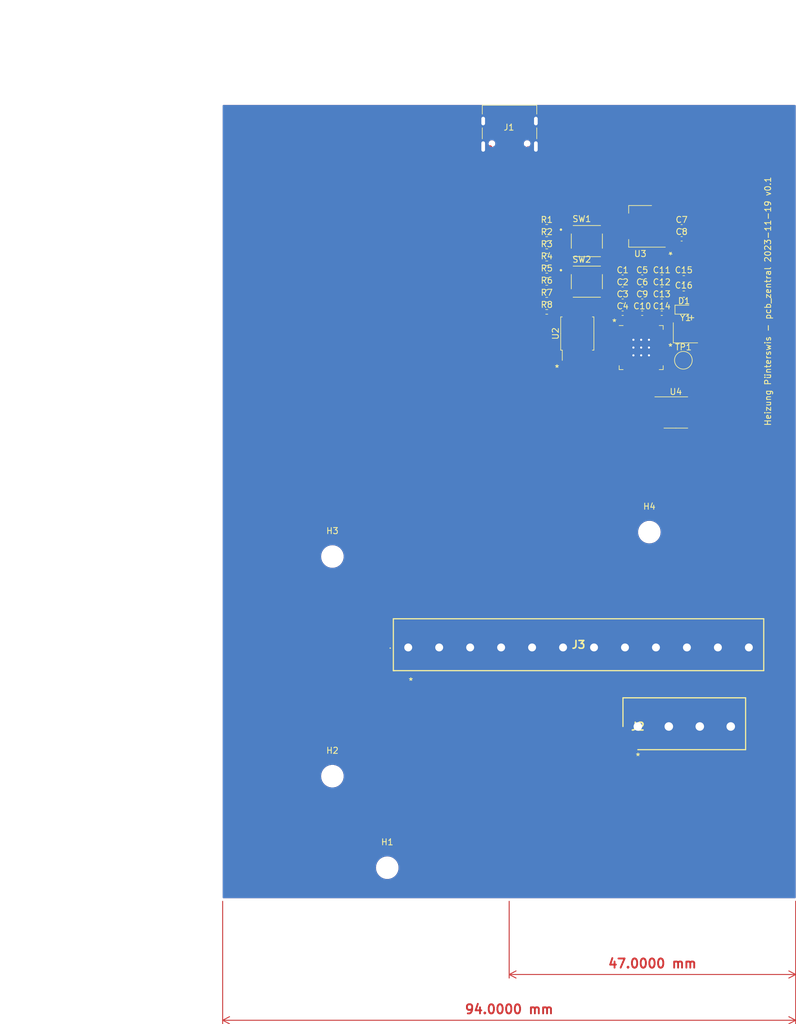
<source format=kicad_pcb>
(kicad_pcb (version 20221018) (generator pcbnew)
  (title_block (title "Heizung Pünterswis - pcb_zentral") (date "2023-11-19") (rev "0.1") (company "www.positron.ch") (comment 1 "Released under MIT Open-source License"))
  (layers (0 "F.Cu" signal) (31 "B.Cu" signal) (34 "B.Paste" user) (35 "F.Paste" user) (36 "B.SilkS" user "B.Silkscreen") (37 "F.SilkS" user "F.Silkscreen") (38 "B.Mask" user) (39 "F.Mask" user) (44 "Edge.Cuts" user))
  (net 0 "")
  (net 1 "GND")
  (net 2 "/USB_D+")
  (net 3 "/USB_D-")
  (net 4 "Net-(J1-CC1)")
  (net 6 "Net-(J1-CC2)")
  (net 8 "+5V")
  (net 9 "+1V1")
  (net 10 "+3V3")
  (net 11 "/XIN")
  (net 12 "Net-(C8-Pad1)")
  (net 13 "Net-(D1-K)")
  (net 14 "Net-(U1-USB-DP)")
  (net 15 "Net-(U1-USB-DM)")
  (net 16 "/RUN")
  (net 17 "/QSPI_SS")
  (net 18 "/XOUT")
  (net 51 "/QSPI_SD3")
  (net 52 "/QSPI_SCLK")
  (net 53 "/QSPI_SD0")
  (net 54 "/QSPI_SD2")
  (net 55 "/QSPI_SD1")
  (footprint "Resistor_SMD:R_0402_1005Metric_Pad0.72x0.64mm_HandSolder" (layer "F.Cu") (at 107.165 61.9666)
    (fp_text reference "R2" (at 0 -1.17) (layer "F.SilkS"))
    (fp_text value "5.1K")
    (fp_line (start -0.167621 -0.38) (end 0.167621 -0.38) (stroke (width 0.12)) (layer "F.SilkS"))
    (fp_line (start -0.167621 0.38) (end 0.167621 0.38) (stroke (width 0.12)) (layer "F.SilkS"))
    (pad "1" smd roundrect (at -0.5975 0) (size 0.715 0.64) (layers "F.Cu" "F.Paste" "F.Mask") (net 6 "Net-(J1-CC2)"))
    (pad "2" smd roundrect (at 0.5975 0) (size 0.715 0.64) (layers "F.Cu" "F.Paste" "F.Mask") (net 1 "GND"))
  )
  (footprint "Capacitor_SMD:C_0402_1005Metric" (layer "F.Cu") (at 129.295 61.9366)
    (fp_text reference "C8" (at 0 -1.16) (layer "F.SilkS"))
    (fp_text value "30p")
    (fp_line (start -0.107836 -0.36) (end 0.107836 -0.36) (stroke (width 0.12)) (layer "F.SilkS"))
    (fp_line (start -0.107836 0.36) (end 0.107836 0.36) (stroke (width 0.12)) (layer "F.SilkS"))
    (pad "1" smd roundrect (at -0.48 0) (size 0.56 0.62) (layers "F.Cu" "F.Paste" "F.Mask") (net 12 "Net-(C8-Pad1)"))
    (pad "2" smd roundrect (at 0.48 0) (size 0.56 0.62) (layers "F.Cu" "F.Paste" "F.Mask") (net 1 "GND"))
  )
  (footprint "Resistor_SMD:R_0402_1005Metric_Pad0.72x0.64mm_HandSolder" (layer "F.Cu") (at 107.165 63.9566)
    (fp_text reference "R3" (at 0 -1.17) (layer "F.SilkS"))
    (fp_text value "27R")
    (fp_line (start -0.167621 -0.38) (end 0.167621 -0.38) (stroke (width 0.12)) (layer "F.SilkS"))
    (fp_line (start -0.167621 0.38) (end 0.167621 0.38) (stroke (width 0.12)) (layer "F.SilkS"))
    (pad "1" smd roundrect (at -0.5975 0) (size 0.715 0.64) (layers "F.Cu" "F.Paste" "F.Mask") (net 2 "/USB_D+"))
    (pad "2" smd roundrect (at 0.5975 0) (size 0.715 0.64) (layers "F.Cu" "F.Paste" "F.Mask") (net 14 "Net-(U1-USB-DP)"))
  )
  (footprint "00_project_library:SOIC-8_5.23x5.23mm_P1.27mm" (layer "F.Cu") (at 112.175 77.4566)
    (fp_text reference "U2" (at -3.56 0 90) (layer "F.SilkS"))
    (fp_text value "W25Q128JVS")
    (fp_text user "*" (at -3.81 6.2484 unlocked) (layer "F.SilkS") (effects (justify left bottom)))
    (fp_line (start -2.725 -2.725) (end -2.465 -2.725) (stroke (width 0.12)) (layer "F.SilkS"))
    (fp_line (start -2.725 0) (end -2.725 -2.725) (stroke (width 0.12)) (layer "F.SilkS"))
    (fp_line (start -2.725 0) (end -2.725 2.725) (stroke (width 0.12)) (layer "F.SilkS"))
    (fp_line (start -2.725 2.725) (end -2.465 2.725) (stroke (width 0.12)) (layer "F.SilkS"))
    (fp_line (start -2.465 2.725) (end -2.465 4.4) (stroke (width 0.12)) (layer "F.SilkS"))
    (fp_line (start 2.725 -2.725) (end 2.465 -2.725) (stroke (width 0.12)) (layer "F.SilkS"))
    (fp_line (start 2.725 0) (end 2.725 -2.725) (stroke (width 0.12)) (layer "F.SilkS"))
    (fp_line (start 2.725 0) (end 2.725 2.725) (stroke (width 0.12)) (layer "F.SilkS"))
    (fp_line (start 2.725 2.725) (end 2.465 2.725) (stroke (width 0.12)) (layer "F.SilkS"))
    (pad "1" smd roundrect (at -1.905 3.6 90) (size 1.6 0.6) (layers "F.Cu" "F.Paste" "F.Mask") (net 17 "/QSPI_SS"))
    (pad "2" smd roundrect (at -0.635 3.6 90) (size 1.6 0.6) (layers "F.Cu" "F.Paste" "F.Mask") (net 55 "/QSPI_SD1"))
    (pad "3" smd roundrect (at 0.635 3.6 90) (size 1.6 0.6) (layers "F.Cu" "F.Paste" "F.Mask") (net 54 "/QSPI_SD2"))
    (pad "4" smd roundrect (at 1.905 3.6 90) (size 1.6 0.6) (layers "F.Cu" "F.Paste" "F.Mask") (net 1 "GND"))
    (pad "5" smd roundrect (at 1.905 -3.6 90) (size 1.6 0.6) (layers "F.Cu" "F.Paste" "F.Mask") (net 53 "/QSPI_SD0"))
    (pad "6" smd roundrect (at 0.635 -3.6 90) (size 1.6 0.6) (layers "F.Cu" "F.Paste" "F.Mask") (net 52 "/QSPI_SCLK"))
    (pad "7" smd roundrect (at -0.635 -3.6 90) (size 1.6 0.6) (layers "F.Cu" "F.Paste" "F.Mask") (net 51 "/QSPI_SD3"))
    (pad "8" smd roundrect (at -1.905 -3.6 90) (size 1.6 0.6) (layers "F.Cu" "F.Paste" "F.Mask") (net 10 "+3V3"))
  )
  (footprint "Capacitor_SMD:C_0402_1005Metric_Pad0.74x0.62mm_HandSolder" (layer "F.Cu") (at 122.825 72.1566)
    (fp_text reference "C9" (at 0 -1.16) (layer "F.SilkS"))
    (fp_text value "100n")
    (fp_line (start -0.115835 -0.36) (end 0.115835 -0.36) (stroke (width 0.12)) (layer "F.SilkS"))
    (fp_line (start -0.115835 0.36) (end 0.115835 0.36) (stroke (width 0.12)) (layer "F.SilkS"))
    (pad "1" smd roundrect (at -0.5675 0) (size 0.735 0.62) (layers "F.Cu" "F.Paste" "F.Mask") (net 10 "+3V3"))
    (pad "2" smd roundrect (at 0.5675 0) (size 0.735 0.62) (layers "F.Cu" "F.Paste" "F.Mask") (net 1 "GND"))
  )
  (footprint "00_project_library:SW_TS-1187A-B-A-B" (layer "F.Cu") (at 113.74 62.3066)
    (fp_text reference "SW1" (at -0.825 -3.635) (layer "F.SilkS"))
    (fp_text value "SW_MEC_5E")
    (fp_line (start -2.55 -1.18) (end -2.55 1.18) (stroke (width 0.127)) (layer "F.SilkS"))
    (fp_line (start 2.25 -2.55) (end -2.25 -2.55) (stroke (width 0.127)) (layer "F.SilkS"))
    (fp_line (start 2.25 2.55) (end -2.25 2.55) (stroke (width 0.127)) (layer "F.SilkS"))
    (fp_line (start 2.55 1.18) (end 2.55 -1.18) (stroke (width 0.127)) (layer "F.SilkS"))
    (fp_circle (center -4.25 -1.875) (end -4.15 -1.875) (stroke (width 0.2)) (fill none) (layer "F.SilkS"))
    (pad "1" smd rect (at -3 -1.875) (size 1 0.75) (layers "F.Cu" "F.Paste" "F.Mask") (net 1 "GND"))
    (pad "2" smd rect (at 3 -1.875) (size 1 0.75) (layers "F.Cu" "F.Paste" "F.Mask") (net 1 "GND"))
    (pad "3" smd rect (at -3 1.875) (size 1 0.75) (layers "F.Cu" "F.Paste" "F.Mask") (net 16 "/RUN"))
    (pad "4" smd rect (at 3 1.875) (size 1 0.75) (layers "F.Cu" "F.Paste" "F.Mask") (net 16 "/RUN"))
  )
  (footprint "Capacitor_SMD:C_0603_1608Metric" (layer "F.Cu") (at 129.645 68.4866)
    (fp_text reference "C15" (at 0 -1.43) (layer "F.SilkS"))
    (fp_text value "10u")
    (fp_line (start -0.14058 -0.51) (end 0.14058 -0.51) (stroke (width 0.12)) (layer "F.SilkS"))
    (fp_line (start -0.14058 0.51) (end 0.14058 0.51) (stroke (width 0.12)) (layer "F.SilkS"))
    (pad "1" smd roundrect (at -0.775 0) (size 0.9 0.95) (layers "F.Cu" "F.Paste" "F.Mask") (net 8 "+5V"))
    (pad "2" smd roundrect (at 0.775 0) (size 0.9 0.95) (layers "F.Cu" "F.Paste" "F.Mask") (net 1 "GND"))
  )
  (footprint "Resistor_SMD:R_0402_1005Metric_Pad0.72x0.64mm_HandSolder" (layer "F.Cu") (at 107.165 67.9366)
    (fp_text reference "R5" (at 0 -1.17) (layer "F.SilkS"))
    (fp_text value "10K")
    (fp_line (start -0.167621 -0.38) (end 0.167621 -0.38) (stroke (width 0.12)) (layer "F.SilkS"))
    (fp_line (start -0.167621 0.38) (end 0.167621 0.38) (stroke (width 0.12)) (layer "F.SilkS"))
    (pad "1" smd roundrect (at -0.5975 0) (size 0.715 0.64) (layers "F.Cu" "F.Paste" "F.Mask") (net 10 "+3V3"))
    (pad "2" smd roundrect (at 0.5975 0) (size 0.715 0.64) (layers "F.Cu" "F.Paste" "F.Mask") (net 16 "/RUN"))
  )
  (footprint "MountingHole:MountingHole_3.2mm_M3" (layer "F.Cu") (at 72 114)
    (fp_text reference "H3" (at 0 -4.2) (layer "F.SilkS"))
    (fp_text value "MountingHole")
    (pad "" np_thru_hole circle locked (at 0 0) (size 3.2 3.2) (drill 3.2) (layers "*.Cu" "*.Mask"))
  )
  (footprint "Capacitor_SMD:C_0402_1005Metric_Pad0.74x0.62mm_HandSolder" (layer "F.Cu") (at 126.035 72.1566)
    (fp_text reference "C13" (at 0 -1.16) (layer "F.SilkS"))
    (fp_text value "100n")
    (fp_line (start -0.115835 -0.36) (end 0.115835 -0.36) (stroke (width 0.12)) (layer "F.SilkS"))
    (fp_line (start -0.115835 0.36) (end 0.115835 0.36) (stroke (width 0.12)) (layer "F.SilkS"))
    (pad "1" smd roundrect (at -0.5675 0) (size 0.735 0.62) (layers "F.Cu" "F.Paste" "F.Mask") (net 10 "+3V3"))
    (pad "2" smd roundrect (at 0.5675 0) (size 0.735 0.62) (layers "F.Cu" "F.Paste" "F.Mask") (net 1 "GND"))
  )
  (footprint "Capacitor_SMD:C_0402_1005Metric_Pad0.74x0.62mm_HandSolder" (layer "F.Cu") (at 126.035 70.1866)
    (fp_text reference "C12" (at 0 -1.16) (layer "F.SilkS"))
    (fp_text value "100n")
    (fp_line (start -0.115835 -0.36) (end 0.115835 -0.36) (stroke (width 0.12)) (layer "F.SilkS"))
    (fp_line (start -0.115835 0.36) (end 0.115835 0.36) (stroke (width 0.12)) (layer "F.SilkS"))
    (pad "1" smd roundrect (at -0.5675 0) (size 0.735 0.62) (layers "F.Cu" "F.Paste" "F.Mask") (net 10 "+3V3"))
    (pad "2" smd roundrect (at 0.5675 0) (size 0.735 0.62) (layers "F.Cu" "F.Paste" "F.Mask") (net 1 "GND"))
  )
  (footprint "00_project_library:weidmueller_SL 5.08HC-04-180" (layer "F.Cu") (at 122.1074 141.8568)
    (fp_text reference "J2" (at 0 0) (layer "F.SilkS") (effects (font (size 1.27 1.27) (thickness 0.254))))
    (fp_text value "weidmueller_SL 5.08HC-04-180" hide)
    (fp_text user "*" (at -0.4572 5.4864 unlocked) (layer "F.SilkS") (effects (justify left bottom)))
    (fp_line (start -2.44 -4.7) (end -2.44 0) (stroke (width 0.2)) (layer "F.SilkS"))
    (fp_line (start 0 3.8) (end 17.68 3.8) (stroke (width 0.2)) (layer "F.SilkS"))
    (fp_line (start 17.68 -4.7) (end -2.44 -4.7) (stroke (width 0.2)) (layer "F.SilkS"))
    (fp_line (start 17.68 3.8) (end 17.68 -4.7) (stroke (width 0.2)) (layer "F.SilkS"))
    (pad "1" thru_hole rect (at 0 0) (size 2.1 2.1) (drill 1.4) (layers "*.Cu" "*.Mask"))
    (pad "2" thru_hole circle (at 5.08 0) (size 2.1 2.1) (drill 1.4) (layers "*.Cu" "*.Mask"))
    (pad "3" thru_hole circle (at 10.16 0) (size 2.1 2.1) (drill 1.4) (layers "*.Cu" "*.Mask"))
    (pad "4" thru_hole circle (at 15.24 0) (size 2.1 2.1) (drill 1.4) (layers "*.Cu" "*.Mask"))
  )
  (footprint "Resistor_SMD:R_0402_1005Metric_Pad0.72x0.64mm_HandSolder" (layer "F.Cu") (at 107.165 71.9166)
    (fp_text reference "R7" (at 0 -1.17) (layer "F.SilkS"))
    (fp_text value "10K")
    (fp_line (start -0.167621 -0.38) (end 0.167621 -0.38) (stroke (width 0.12)) (layer "F.SilkS"))
    (fp_line (start -0.167621 0.38) (end 0.167621 0.38) (stroke (width 0.12)) (layer "F.SilkS"))
    (pad "1" smd roundrect (at -0.5975 0) (size 0.715 0.64) (layers "F.Cu" "F.Paste" "F.Mask") (net 10 "+3V3"))
    (pad "2" smd roundrect (at 0.5975 0) (size 0.715 0.64) (layers "F.Cu" "F.Paste" "F.Mask") (net 17 "/QSPI_SS"))
  )
  (footprint "Package_SO:SOIC-8_3.9x4.9mm_P1.27mm" (layer "F.Cu") (at 128.3446 90.3964)
    (fp_text reference "U4" (at 0 -3.4) (layer "F.SilkS"))
    (fp_text value "SP3485EN-L/TR")
    (fp_line (start 0 -2.56) (end -3.45 -2.56) (stroke (width 0.12)) (layer "F.SilkS"))
    (fp_line (start 0 -2.56) (end 1.95 -2.56) (stroke (width 0.12)) (layer "F.SilkS"))
    (fp_line (start 0 2.56) (end -1.95 2.56) (stroke (width 0.12)) (layer "F.SilkS"))
    (fp_line (start 0 2.56) (end 1.95 2.56) (stroke (width 0.12)) (layer "F.SilkS"))
    (pad "1" smd roundrect (at -2.475 -1.905) (size 1.95 0.6) (layers "F.Cu" "F.Paste" "F.Mask"))
    (pad "2" smd roundrect (at -2.475 -0.635) (size 1.95 0.6) (layers "F.Cu" "F.Paste" "F.Mask"))
    (pad "3" smd roundrect (at -2.475 0.635) (size 1.95 0.6) (layers "F.Cu" "F.Paste" "F.Mask"))
    (pad "4" smd roundrect (at -2.475 1.905) (size 1.95 0.6) (layers "F.Cu" "F.Paste" "F.Mask"))
    (pad "5" smd roundrect (at 2.475 1.905) (size 1.95 0.6) (layers "F.Cu" "F.Paste" "F.Mask"))
    (pad "6" smd roundrect (at 2.475 0.635) (size 1.95 0.6) (layers "F.Cu" "F.Paste" "F.Mask"))
    (pad "7" smd roundrect (at 2.475 -0.635) (size 1.95 0.6) (layers "F.Cu" "F.Paste" "F.Mask"))
    (pad "8" smd roundrect (at 2.475 -1.905) (size 1.95 0.6) (layers "F.Cu" "F.Paste" "F.Mask"))
  )
  (footprint "TestPoint:TestPoint_Pad_D2.5mm" (layer "F.Cu") (at 129.575 81.8366)
    (fp_text reference "TP1" (at 0 -2.148) (layer "F.SilkS"))
    (fp_text value "TestPoint")
    (fp_circle (center 0 0) (end 0 1.45) (stroke (width 0.12)) (fill none) (layer "F.SilkS"))
    (pad "1" smd circle (at 0 0) (size 2.5 2.5) (layers "F.Cu" "F.Mask") (net 17 "/QSPI_SS"))
  )
  (footprint "Capacitor_SMD:C_0402_1005Metric_Pad0.74x0.62mm_HandSolder" (layer "F.Cu") (at 119.615 68.2166)
    (fp_text reference "C1" (at 0 -1.16) (layer "F.SilkS"))
    (fp_text value "100n")
    (fp_line (start -0.115835 -0.36) (end 0.115835 -0.36) (stroke (width 0.12)) (layer "F.SilkS"))
    (fp_line (start -0.115835 0.36) (end 0.115835 0.36) (stroke (width 0.12)) (layer "F.SilkS"))
    (pad "1" smd roundrect (at -0.5675 0) (size 0.735 0.62) (layers "F.Cu" "F.Paste" "F.Mask") (net 9 "+1V1"))
    (pad "2" smd roundrect (at 0.5675 0) (size 0.735 0.62) (layers "F.Cu" "F.Paste" "F.Mask") (net 1 "GND"))
  )
  (footprint "Capacitor_SMD:C_0402_1005Metric_Pad0.74x0.62mm_HandSolder" (layer "F.Cu") (at 126.035 68.2166)
    (fp_text reference "C11" (at 0 -1.16) (layer "F.SilkS"))
    (fp_text value "100n")
    (fp_line (start -0.115835 -0.36) (end 0.115835 -0.36) (stroke (width 0.12)) (layer "F.SilkS"))
    (fp_line (start -0.115835 0.36) (end 0.115835 0.36) (stroke (width 0.12)) (layer "F.SilkS"))
    (pad "1" smd roundrect (at -0.5675 0) (size 0.735 0.62) (layers "F.Cu" "F.Paste" "F.Mask") (net 10 "+3V3"))
    (pad "2" smd roundrect (at 0.5675 0) (size 0.735 0.62) (layers "F.Cu" "F.Paste" "F.Mask") (net 1 "GND"))
  )
  (footprint "00_project_library:Crystal_SMD_3225-4Pin_3.2x2.5mm" (layer "F.Cu") (at 129.925 77.3366)
    (fp_text reference "Y1" (at 0 -2.45) (layer "F.SilkS"))
    (fp_text value "Crystal_GND24_Small")
    (fp_text user "*" (at -2.9464 2.8956 unlocked) (layer "F.SilkS") (effects (justify left bottom)))
    (fp_line (start -2 -1.65) (end -2 1.65) (stroke (width 0.12)) (layer "F.SilkS"))
    (fp_line (start -2 1.65) (end 2 1.65) (stroke (width 0.12)) (layer "F.SilkS"))
    (pad "1" smd rect (at -1.1 0.85) (size 1.4 1.2) (layers "F.Cu" "F.Paste" "F.Mask") (net 11 "/XIN"))
    (pad "2" smd rect (at 1.1 0.85) (size 1.4 1.2) (layers "F.Cu" "F.Paste" "F.Mask") (net 1 "GND"))
    (pad "3" smd rect (at 1.1 -0.85) (size 1.4 1.2) (layers "F.Cu" "F.Paste" "F.Mask") (net 12 "Net-(C8-Pad1)"))
    (pad "4" smd rect (at -1.1 -0.85) (size 1.4 1.2) (layers "F.Cu" "F.Paste" "F.Mask") (net 1 "GND"))
  )
  (footprint "Resistor_SMD:R_0402_1005Metric_Pad0.72x0.64mm_HandSolder" (layer "F.Cu") (at 107.165 65.9466)
    (fp_text reference "R4" (at 0 -1.17) (layer "F.SilkS"))
    (fp_text value "27R")
    (fp_line (start -0.167621 -0.38) (end 0.167621 -0.38) (stroke (width 0.12)) (layer "F.SilkS"))
    (fp_line (start -0.167621 0.38) (end 0.167621 0.38) (stroke (width 0.12)) (layer "F.SilkS"))
    (pad "1" smd roundrect (at -0.5975 0) (size 0.715 0.64) (layers "F.Cu" "F.Paste" "F.Mask") (net 3 "/USB_D-"))
    (pad "2" smd roundrect (at 0.5975 0) (size 0.715 0.64) (layers "F.Cu" "F.Paste" "F.Mask") (net 15 "Net-(U1-USB-DM)"))
  )
  (footprint "00_project_library:LED_0603_1608Metric" (layer "F.Cu") (at 129.685 73.5466)
    (fp_text reference "D1" (at 0 -1.43) (layer "F.SilkS"))
    (fp_text value "LED GREEN")
    (fp_text user "+" (at 0.508 1.8288 unlocked) (layer "F.SilkS") (effects (justify left bottom)))
    (fp_line (start -1.485 -0.735) (end -1.485 0.735) (stroke (width 0.12)) (layer "F.SilkS"))
    (fp_line (start -1.485 0.735) (end 0.8 0.735) (stroke (width 0.12)) (layer "F.SilkS"))
    (fp_line (start 0.8 -0.735) (end -1.485 -0.735) (stroke (width 0.12)) (layer "F.SilkS"))
    (pad "1" smd roundrect (at -0.7875 0) (size 0.875 0.95) (layers "F.Cu" "F.Paste" "F.Mask") (net 13 "Net-(D1-K)"))
    (pad "2" smd roundrect (at 0.7875 0) (size 0.875 0.95) (layers "F.Cu" "F.Paste" "F.Mask") (net 10 "+3V3"))
  )
  (footprint "MountingHole:MountingHole_3.2mm_M3" (layer "F.Cu") (at 72 150)
    (fp_text reference "H2" (at 0 -4.2) (layer "F.SilkS"))
    (fp_text value "MountingHole")
    (pad "" np_thru_hole circle locked (at 0 0) (size 3.2 3.2) (drill 3.2) (layers "*.Cu" "*.Mask"))
  )
  (footprint "Capacitor_SMD:C_0402_1005Metric" (layer "F.Cu") (at 129.295 59.9666)
    (fp_text reference "C7" (at 0 -1.16) (layer "F.SilkS"))
    (fp_text value "30p")
    (fp_line (start -0.107836 -0.36) (end 0.107836 -0.36) (stroke (width 0.12)) (layer "F.SilkS"))
    (fp_line (start -0.107836 0.36) (end 0.107836 0.36) (stroke (width 0.12)) (layer "F.SilkS"))
    (pad "1" smd roundrect (at -0.48 0) (size 0.56 0.62) (layers "F.Cu" "F.Paste" "F.Mask") (net 11 "/XIN"))
    (pad "2" smd roundrect (at 0.48 0) (size 0.56 0.62) (layers "F.Cu" "F.Paste" "F.Mask") (net 1 "GND"))
  )
  (footprint "Capacitor_SMD:C_0402_1005Metric_Pad0.74x0.62mm_HandSolder" (layer "F.Cu") (at 122.825 74.1266)
    (fp_text reference "C10" (at 0 -1.16) (layer "F.SilkS"))
    (fp_text value "100n")
    (fp_line (start -0.115835 -0.36) (end 0.115835 -0.36) (stroke (width 0.12)) (layer "F.SilkS"))
    (fp_line (start -0.115835 0.36) (end 0.115835 0.36) (stroke (width 0.12)) (layer "F.SilkS"))
    (pad "1" smd roundrect (at -0.5675 0) (size 0.735 0.62) (layers "F.Cu" "F.Paste" "F.Mask") (net 10 "+3V3"))
    (pad "2" smd roundrect (at 0.5675 0) (size 0.735 0.62) (layers "F.Cu" "F.Paste" "F.Mask") (net 1 "GND"))
  )
  (footprint "Capacitor_SMD:C_0402_1005Metric_Pad0.74x0.62mm_HandSolder" (layer "F.Cu") (at 119.615 74.1266)
    (fp_text reference "C4" (at 0 -1.16) (layer "F.SilkS"))
    (fp_text value "1u")
    (fp_line (start -0.115835 -0.36) (end 0.115835 -0.36) (stroke (width 0.12)) (layer "F.SilkS"))
    (fp_line (start -0.115835 0.36) (end 0.115835 0.36) (stroke (width 0.12)) (layer "F.SilkS"))
    (pad "1" smd roundrect (at -0.5675 0) (size 0.735 0.62) (layers "F.Cu" "F.Paste" "F.Mask") (net 10 "+3V3"))
    (pad "2" smd roundrect (at 0.5675 0) (size 0.735 0.62) (layers "F.Cu" "F.Paste" "F.Mask") (net 1 "GND"))
  )
  (footprint "Resistor_SMD:R_0402_1005Metric_Pad0.72x0.64mm_HandSolder" (layer "F.Cu") (at 107.165 73.9066)
    (fp_text reference "R8" (at 0 -1.17) (layer "F.SilkS"))
    (fp_text value "1k")
    (fp_line (start -0.167621 -0.38) (end 0.167621 -0.38) (stroke (width 0.12)) (layer "F.SilkS"))
    (fp_line (start -0.167621 0.38) (end 0.167621 0.38) (stroke (width 0.12)) (layer "F.SilkS"))
    (pad "1" smd roundrect (at -0.5975 0) (size 0.715 0.64) (layers "F.Cu" "F.Paste" "F.Mask") (net 18 "/XOUT"))
    (pad "2" smd roundrect (at 0.5975 0) (size 0.715 0.64) (layers "F.Cu" "F.Paste" "F.Mask") (net 12 "Net-(C8-Pad1)"))
  )
  (footprint "Capacitor_SMD:C_0402_1005Metric_Pad0.74x0.62mm_HandSolder" (layer "F.Cu") (at 122.825 68.2166)
    (fp_text reference "C5" (at 0 -1.16) (layer "F.SilkS"))
    (fp_text value "100n")
    (fp_line (start -0.115835 -0.36) (end 0.115835 -0.36) (stroke (width 0.12)) (layer "F.SilkS"))
    (fp_line (start -0.115835 0.36) (end 0.115835 0.36) (stroke (width 0.12)) (layer "F.SilkS"))
    (pad "1" smd roundrect (at -0.5675 0) (size 0.735 0.62) (layers "F.Cu" "F.Paste" "F.Mask") (net 10 "+3V3"))
    (pad "2" smd roundrect (at 0.5675 0) (size 0.735 0.62) (layers "F.Cu" "F.Paste" "F.Mask") (net 1 "GND"))
  )
  (footprint "Capacitor_SMD:C_0603_1608Metric" (layer "F.Cu") (at 129.645 70.9966)
    (fp_text reference "C16" (at 0 -1.43) (layer "F.SilkS"))
    (fp_text value "10u")
    (fp_line (start -0.14058 -0.51) (end 0.14058 -0.51) (stroke (width 0.12)) (layer "F.SilkS"))
    (fp_line (start -0.14058 0.51) (end 0.14058 0.51) (stroke (width 0.12)) (layer "F.SilkS"))
    (pad "1" smd roundrect (at -0.775 0) (size 0.9 0.95) (layers "F.Cu" "F.Paste" "F.Mask") (net 10 "+3V3"))
    (pad "2" smd roundrect (at 0.775 0) (size 0.9 0.95) (layers "F.Cu" "F.Paste" "F.Mask") (net 1 "GND"))
  )
  (footprint "MountingHole:MountingHole_3.2mm_M3" (layer "F.Cu") (at 124 110)
    (fp_text reference "H4" (at 0 -4.2) (layer "F.SilkS"))
    (fp_text value "MountingHole")
    (pad "" np_thru_hole circle locked (at 0 0) (size 3.2 3.2) (drill 3.2) (layers "*.Cu" "*.Mask"))
  )
  (footprint "00_project_library:weidmueller_SL 5.08HC-12-180" (layer "F.Cu") (at 84.4392 128.9028)
    (fp_text reference "J3" (at 27.94 -0.45) (layer "F.SilkS") (effects (font (size 1.27 1.27) (thickness 0.254))))
    (fp_text value "weidmueller_SL 5.08HC-12-180" hide)
    (fp_text user "*" (at -0.0508 6.096 unlocked) (layer "F.SilkS") (effects (justify left bottom)))
    (fp_line (start -3 0.1) (end -3 0.1) (stroke (width 0.1)) (layer "F.SilkS"))
    (fp_line (start -3 0.1) (end -3 0.1) (stroke (width 0.1)) (layer "F.SilkS"))
    (fp_line (start -2.9 0.1) (end -2.9 0.1) (stroke (width 0.1)) (layer "F.SilkS"))
    (fp_line (start -2.44 -4.7) (end 58.32 -4.7) (stroke (width 0.2)) (layer "F.SilkS"))
    (fp_line (start -2.44 3.8) (end -2.44 -4.7) (stroke (width 0.2)) (layer "F.SilkS"))
    (fp_line (start -2.44 3.8) (end -2.2 3.8) (stroke (width 0.2)) (layer "F.SilkS"))
    (fp_line (start 58.32 -4.7) (end 58.32 3.8) (stroke (width 0.2)) (layer "F.SilkS"))
    (fp_line (start 58.32 3.8) (end -2.44 3.8) (stroke (width 0.2)) (layer "F.SilkS"))
    (fp_arc (start -3 0.1) (mid -2.95 0.05) (end -2.9 0.1) (stroke (width 0.1)) (layer "F.SilkS"))
    (fp_arc (start -2.9 0.1) (mid -2.95 0.15) (end -3 0.1) (stroke (width 0.1)) (layer "F.SilkS"))
    (fp_arc (start -2.9 0.1) (mid -2.95 0.15) (end -3 0.1) (stroke (width 0.1)) (layer "F.SilkS"))
    (pad "1" thru_hole rect (at 0 0) (size 1.95 1.95) (drill 1.3) (layers "*.Cu" "*.Mask"))
    (pad "2" thru_hole circle (at 5.08 0) (size 1.95 1.95) (drill 1.3) (layers "*.Cu" "*.Mask"))
    (pad "3" thru_hole circle (at 10.16 0) (size 1.95 1.95) (drill 1.3) (layers "*.Cu" "*.Mask"))
    (pad "4" thru_hole circle (at 15.24 0) (size 1.95 1.95) (drill 1.3) (layers "*.Cu" "*.Mask"))
    (pad "5" thru_hole circle (at 20.32 0) (size 1.95 1.95) (drill 1.3) (layers "*.Cu" "*.Mask"))
    (pad "6" thru_hole circle (at 25.4 0) (size 1.95 1.95) (drill 1.3) (layers "*.Cu" "*.Mask"))
    (pad "7" thru_hole circle (at 30.48 0) (size 1.95 1.95) (drill 1.3) (layers "*.Cu" "*.Mask"))
    (pad "8" thru_hole circle (at 35.56 0) (size 1.95 1.95) (drill 1.3) (layers "*.Cu" "*.Mask"))
    (pad "9" thru_hole circle (at 40.64 0) (size 1.95 1.95) (drill 1.3) (layers "*.Cu" "*.Mask"))
    (pad "10" thru_hole circle (at 45.72 0) (size 1.95 1.95) (drill 1.3) (layers "*.Cu" "*.Mask"))
    (pad "11" thru_hole circle (at 50.8 0) (size 1.95 1.95) (drill 1.3) (layers "*.Cu" "*.Mask"))
    (pad "12" thru_hole circle (at 55.88 0) (size 1.95 1.95) (drill 1.3) (layers "*.Cu" "*.Mask"))
  )
  (footprint "Capacitor_SMD:C_0402_1005Metric_Pad0.74x0.62mm_HandSolder" (layer "F.Cu") (at 122.825 70.1866)
    (fp_text reference "C6" (at 0 -1.16) (layer "F.SilkS"))
    (fp_text value "100n")
    (fp_line (start -0.115835 -0.36) (end 0.115835 -0.36) (stroke (width 0.12)) (layer "F.SilkS"))
    (fp_line (start -0.115835 0.36) (end 0.115835 0.36) (stroke (width 0.12)) (layer "F.SilkS"))
    (pad "1" smd roundrect (at -0.5675 0) (size 0.735 0.62) (layers "F.Cu" "F.Paste" "F.Mask") (net 10 "+3V3"))
    (pad "2" smd roundrect (at 0.5675 0) (size 0.735 0.62) (layers "F.Cu" "F.Paste" "F.Mask") (net 1 "GND"))
  )
  (footprint "00_project_library:RP2040-QFN-56" (layer "F.Cu") (at 122.655 79.7566)
    (fp_text reference "U1" hide)
    (fp_text value "RP2040")
    (fp_text user "*" (at -4.8768 -3.556 unlocked) (layer "F.SilkS") (effects (justify left bottom)))
    (fp_line (start -3.61 3.61) (end -3.61 2.96) (stroke (width 0.12)) (layer "F.SilkS"))
    (fp_line (start -2.96 -3.61) (end -3.61 -3.61) (stroke (width 0.12)) (layer "F.SilkS"))
    (fp_line (start -2.96 3.61) (end -3.61 3.61) (stroke (width 0.12)) (layer "F.SilkS"))
    (fp_line (start 2.96 -3.61) (end 3.61 -3.61) (stroke (width 0.12)) (layer "F.SilkS"))
    (fp_line (start 2.96 3.61) (end 3.61 3.61) (stroke (width 0.12)) (layer "F.SilkS"))
    (fp_line (start 3.61 -3.61) (end 3.61 -2.96) (stroke (width 0.12)) (layer "F.SilkS"))
    (fp_line (start 3.61 3.61) (end 3.61 2.96) (stroke (width 0.12)) (layer "F.SilkS"))
    (pad "1" smd roundrect (at -3.4375 -2.6) (size 0.875 0.2) (layers "F.Cu" "F.Paste" "F.Mask") (net 10 "+3V3"))
    (pad "2" smd roundrect (at -3.4375 -2.2) (size 0.875 0.2) (layers "F.Cu" "F.Paste" "F.Mask"))
    (pad "3" smd roundrect (at -3.4375 -1.8) (size 0.875 0.2) (layers "F.Cu" "F.Paste" "F.Mask"))
    (pad "4" smd roundrect (at -3.4375 -1.4) (size 0.875 0.2) (layers "F.Cu" "F.Paste" "F.Mask"))
    (pad "5" smd roundrect (at -3.4375 -1) (size 0.875 0.2) (layers "F.Cu" "F.Paste" "F.Mask"))
    (pad "6" smd roundrect (at -3.4375 -0.6) (size 0.875 0.2) (layers "F.Cu" "F.Paste" "F.Mask"))
    (pad "7" smd roundrect (at -3.4375 -0.2) (size 0.875 0.2) (layers "F.Cu" "F.Paste" "F.Mask"))
    (pad "8" smd roundrect (at -3.4375 0.2) (size 0.875 0.2) (layers "F.Cu" "F.Paste" "F.Mask"))
    (pad "9" smd roundrect (at -3.4375 0.6) (size 0.875 0.2) (layers "F.Cu" "F.Paste" "F.Mask"))
    (pad "10" smd roundrect (at -3.4375 1) (size 0.875 0.2) (layers "F.Cu" "F.Paste" "F.Mask") (net 10 "+3V3"))
    (pad "11" smd roundrect (at -3.4375 1.4) (size 0.875 0.2) (layers "F.Cu" "F.Paste" "F.Mask"))
    (pad "12" smd roundrect (at -3.4375 1.8) (size 0.875 0.2) (layers "F.Cu" "F.Paste" "F.Mask"))
    (pad "13" smd roundrect (at -3.4375 2.2) (size 0.875 0.2) (layers "F.Cu" "F.Paste" "F.Mask"))
    (pad "14" smd roundrect (at -3.4375 2.6) (size 0.875 0.2) (layers "F.Cu" "F.Paste" "F.Mask"))
    (pad "15" smd roundrect (at -2.6 3.4375) (size 0.2 0.875) (layers "F.Cu" "F.Paste" "F.Mask"))
    (pad "16" smd roundrect (at -2.2 3.4375) (size 0.2 0.875) (layers "F.Cu" "F.Paste" "F.Mask"))
    (pad "17" smd roundrect (at -1.8 3.4375) (size 0.2 0.875) (layers "F.Cu" "F.Paste" "F.Mask"))
    (pad "18" smd roundrect (at -1.4 3.4375) (size 0.2 0.875) (layers "F.Cu" "F.Paste" "F.Mask"))
    (pad "19" smd roundrect (at -1 3.4375) (size 0.2 0.875) (layers "F.Cu" "F.Paste" "F.Mask") (net 1 "GND"))
    (pad "20" smd roundrect (at -0.6 3.4375) (size 0.2 0.875) (layers "F.Cu" "F.Paste" "F.Mask") (net 11 "/XIN"))
    (pad "21" smd roundrect (at -0.2 3.4375) (size 0.2 0.875) (layers "F.Cu" "F.Paste" "F.Mask") (net 18 "/XOUT"))
    (pad "22" smd roundrect (at 0.2 3.4375) (size 0.2 0.875) (layers "F.Cu" "F.Paste" "F.Mask") (net 10 "+3V3"))
    (pad "23" smd roundrect (at 0.6 3.4375) (size 0.2 0.875) (layers "F.Cu" "F.Paste" "F.Mask") (net 9 "+1V1"))
    (pad "24" smd roundrect (at 1 3.4375) (size 0.2 0.875) (layers "F.Cu" "F.Paste" "F.Mask"))
    (pad "25" smd roundrect (at 1.4 3.4375) (size 0.2 0.875) (layers "F.Cu" "F.Paste" "F.Mask"))
    (pad "26" smd roundrect (at 1.8 3.4375) (size 0.2 0.875) (layers "F.Cu" "F.Paste" "F.Mask") (net 16 "/RUN"))
    (pad "27" smd roundrect (at 2.2 3.4375) (size 0.2 0.875) (layers "F.Cu" "F.Paste" "F.Mask"))
    (pad "28" smd roundrect (at 2.6 3.4375) (size 0.2 0.875) (layers "F.Cu" "F.Paste" "F.Mask"))
    (pad "29" smd roundrect (at 3.4375 2.6) (size 0.875 0.2) (layers "F.Cu" "F.Paste" "F.Mask"))
    (pad "30" smd roundrect (at 3.4375 2.2) (size 0.875 0.2) (layers "F.Cu" "F.Paste" "F.Mask"))
    (pad "31" smd roundrect (at 3.4375 1.8) (size 0.875 0.2) (layers "F.Cu" "F.Paste" "F.Mask"))
    (pad "32" smd roundrect (at 3.4375 1.4) (size 0.875 0.2) (layers "F.Cu" "F.Paste" "F.Mask"))
    (pad "33" smd roundrect (at 3.4375 1) (size 0.875 0.2) (layers "F.Cu" "F.Paste" "F.Mask") (net 10 "+3V3"))
    (pad "34" smd roundrect (at 3.4375 0.6) (size 0.875 0.2) (layers "F.Cu" "F.Paste" "F.Mask"))
    (pad "35" smd roundrect (at 3.4375 0.2) (size 0.875 0.2) (layers "F.Cu" "F.Paste" "F.Mask"))
    (pad "36" smd roundrect (at 3.4375 -0.2) (size 0.875 0.2) (layers "F.Cu" "F.Paste" "F.Mask"))
    (pad "37" smd roundrect (at 3.4375 -0.6) (size 0.875 0.2) (layers "F.Cu" "F.Paste" "F.Mask"))
    (pad "38" smd roundrect (at 3.4375 -1) (size 0.875 0.2) (layers "F.Cu" "F.Paste" "F.Mask"))
    (pad "39" smd roundrect (at 3.4375 -1.4) (size 0.875 0.2) (layers "F.Cu" "F.Paste" "F.Mask"))
    (pad "40" smd roundrect (at 3.4375 -1.8) (size 0.875 0.2) (layers "F.Cu" "F.Paste" "F.Mask"))
    (pad "41" smd roundrect (at 3.4375 -2.2) (size 0.875 0.2) (layers "F.Cu" "F.Paste" "F.Mask"))
    (pad "42" smd roundrect (at 3.4375 -2.6) (size 0.875 0.2) (layers "F.Cu" "F.Paste" "F.Mask") (net 10 "+3V3"))
    (pad "43" smd roundrect (at 2.6 -3.4375) (size 0.2 0.875) (layers "F.Cu" "F.Paste" "F.Mask") (net 10 "+3V3"))
    (pad "44" smd roundrect (at 2.2 -3.4375) (size 0.2 0.875) (layers "F.Cu" "F.Paste" "F.Mask") (net 10 "+3V3"))
    (pad "45" smd roundrect (at 1.8 -3.4375) (size 0.2 0.875) (layers "F.Cu" "F.Paste" "F.Mask") (net 9 "+1V1"))
    (pad "46" smd roundrect (at 1.4 -3.4375) (size 0.2 0.875) (layers "F.Cu" "F.Paste" "F.Mask") (net 15 "Net-(U1-USB-DM)"))
    (pad "47" smd roundrect (at 1 -3.4375) (size 0.2 0.875) (layers "F.Cu" "F.Paste" "F.Mask") (net 14 "Net-(U1-USB-DP)"))
    (pad "48" smd roundrect (at 0.6 -3.4375) (size 0.2 0.875) (layers "F.Cu" "F.Paste" "F.Mask") (net 10 "+3V3"))
    (pad "49" smd roundrect (at 0.2 -3.4375) (size 0.2 0.875) (layers "F.Cu" "F.Paste" "F.Mask") (net 10 "+3V3"))
    (pad "50" smd roundrect (at -0.2 -3.4375) (size 0.2 0.875) (layers "F.Cu" "F.Paste" "F.Mask") (net 9 "+1V1"))
    (pad "51" smd roundrect (at -0.6 -3.4375) (size 0.2 0.875) (layers "F.Cu" "F.Paste" "F.Mask") (net 51 "/QSPI_SD3"))
    (pad "52" smd roundrect (at -1 -3.4375) (size 0.2 0.875) (layers "F.Cu" "F.Paste" "F.Mask") (net 52 "/QSPI_SCLK"))
    (pad "53" smd roundrect (at -1.4 -3.4375) (size 0.2 0.875) (layers "F.Cu" "F.Paste" "F.Mask") (net 53 "/QSPI_SD0"))
    (pad "54" smd roundrect (at -1.8 -3.4375) (size 0.2 0.875) (layers "F.Cu" "F.Paste" "F.Mask") (net 54 "/QSPI_SD2"))
    (pad "55" smd roundrect (at -2.2 -3.4375) (size 0.2 0.875) (layers "F.Cu" "F.Paste" "F.Mask") (net 55 "/QSPI_SD1"))
    (pad "56" smd roundrect (at -2.6 -3.4375) (size 0.2 0.875) (layers "F.Cu" "F.Paste" "F.Mask") (net 17 "/QSPI_SS"))
    (pad "57" thru_hole circle (at -1.275 -1.275) (size 0.6 0.6) (drill 0.35) (layers "*.Cu") (net 1 "GND"))
    (pad "57" thru_hole circle (at -1.275 0) (size 0.6 0.6) (drill 0.35) (layers "*.Cu") (net 1 "GND"))
    (pad "57" thru_hole circle (at -1.275 1.275) (size 0.6 0.6) (drill 0.35) (layers "*.Cu") (net 1 "GND"))
    (pad "57" thru_hole circle (at 0 -1.275) (size 0.6 0.6) (drill 0.35) (layers "*.Cu") (net 1 "GND"))
    (pad "57" thru_hole circle (at 0 0) (size 0.6 0.6) (drill 0.35) (layers "*.Cu") (net 1 "GND"))
    (pad "57" smd roundrect (at 0 0) (size 3.2 3.2) (layers "F.Cu" "F.Mask") (roundrect_rratio 0.045) (net 1 "GND"))
    (pad "57" thru_hole circle (at 0 1.275) (size 0.6 0.6) (drill 0.35) (layers "*.Cu") (net 1 "GND"))
    (pad "57" thru_hole circle (at 1.275 -1.275) (size 0.6 0.6) (drill 0.35) (layers "*.Cu") (net 1 "GND"))
    (pad "57" thru_hole circle (at 1.275 0) (size 0.6 0.6) (drill 0.35) (layers "*.Cu") (net 1 "GND"))
    (pad "57" thru_hole circle (at 1.275 1.275) (size 0.6 0.6) (drill 0.35) (layers "*.Cu") (net 1 "GND"))
  )
  (footprint "Resistor_SMD:R_0402_1005Metric_Pad0.72x0.64mm_HandSolder" (layer "F.Cu") (at 107.165 69.9266)
    (fp_text reference "R6" (at 0 -1.17) (layer "F.SilkS"))
    (fp_text value "470R")
    (fp_line (start -0.167621 -0.38) (end 0.167621 -0.38) (stroke (width 0.12)) (layer "F.SilkS"))
    (fp_line (start -0.167621 0.38) (end 0.167621 0.38) (stroke (width 0.12)) (layer "F.SilkS"))
    (pad "1" smd roundrect (at -0.5975 0) (size 0.715 0.64) (layers "F.Cu" "F.Paste" "F.Mask") (net 1 "GND"))
    (pad "2" smd roundrect (at 0.5975 0) (size 0.715 0.64) (layers "F.Cu" "F.Paste" "F.Mask") (net 13 "Net-(D1-K)"))
  )
  (footprint "MountingHole:MountingHole_3.2mm_M3" (layer "F.Cu") (at 81 165)
    (fp_text reference "H1" (at 0 -4.2) (layer "F.SilkS"))
    (fp_text value "MountingHole")
    (pad "" np_thru_hole circle locked (at 0 0) (size 3.2 3.2) (drill 3.2) (layers "*.Cu" "*.Mask"))
  )
  (footprint "Capacitor_SMD:C_0402_1005Metric_Pad0.74x0.62mm_HandSolder" (layer "F.Cu") (at 126.035 74.1266)
    (fp_text reference "C14" (at 0 -1.16) (layer "F.SilkS"))
    (fp_text value "100n")
    (fp_line (start -0.115835 -0.36) (end 0.115835 -0.36) (stroke (width 0.12)) (layer "F.SilkS"))
    (fp_line (start -0.115835 0.36) (end 0.115835 0.36) (stroke (width 0.12)) (layer "F.SilkS"))
    (pad "1" smd roundrect (at -0.5675 0) (size 0.735 0.62) (layers "F.Cu" "F.Paste" "F.Mask") (net 10 "+3V3"))
    (pad "2" smd roundrect (at 0.5675 0) (size 0.735 0.62) (layers "F.Cu" "F.Paste" "F.Mask") (net 1 "GND"))
  )
  (footprint "Capacitor_SMD:C_0402_1005Metric_Pad0.74x0.62mm_HandSolder" (layer "F.Cu") (at 119.615 70.1866)
    (fp_text reference "C2" (at 0 -1.16) (layer "F.SilkS"))
    (fp_text value "100n")
    (fp_line (start -0.115835 -0.36) (end 0.115835 -0.36) (stroke (width 0.12)) (layer "F.SilkS"))
    (fp_line (start -0.115835 0.36) (end 0.115835 0.36) (stroke (width 0.12)) (layer "F.SilkS"))
    (pad "1" smd roundrect (at -0.5675 0) (size 0.735 0.62) (layers "F.Cu" "F.Paste" "F.Mask") (net 9 "+1V1"))
    (pad "2" smd roundrect (at 0.5675 0) (size 0.735 0.62) (layers "F.Cu" "F.Paste" "F.Mask") (net 1 "GND"))
  )
  (footprint "Capacitor_SMD:C_0402_1005Metric_Pad0.74x0.62mm_HandSolder" (layer "F.Cu") (at 119.615 72.1566)
    (fp_text reference "C3" (at 0 -1.16) (layer "F.SilkS"))
    (fp_text value "1u")
    (fp_line (start -0.115835 -0.36) (end 0.115835 -0.36) (stroke (width 0.12)) (layer "F.SilkS"))
    (fp_line (start -0.115835 0.36) (end 0.115835 0.36) (stroke (width 0.12)) (layer "F.SilkS"))
    (pad "1" smd roundrect (at -0.5675 0) (size 0.735 0.62) (layers "F.Cu" "F.Paste" "F.Mask") (net 9 "+1V1"))
    (pad "2" smd roundrect (at 0.5675 0) (size 0.735 0.62) (layers "F.Cu" "F.Paste" "F.Mask") (net 1 "GND"))
  )
  (footprint "00_project_library:SW_TS-1187A-B-A-B" (layer "F.Cu") (at 113.74 68.9566)
    (fp_text reference "SW2" (at -0.825 -3.635) (layer "F.SilkS"))
    (fp_text value "SW_MEC_5E")
    (fp_line (start -2.55 -1.18) (end -2.55 1.18) (stroke (width 0.127)) (layer "F.SilkS"))
    (fp_line (start 2.25 -2.55) (end -2.25 -2.55) (stroke (width 0.127)) (layer "F.SilkS"))
    (fp_line (start 2.25 2.55) (end -2.25 2.55) (stroke (width 0.127)) (layer "F.SilkS"))
    (fp_line (start 2.55 1.18) (end 2.55 -1.18) (stroke (width 0.127)) (layer "F.SilkS"))
    (fp_circle (center -4.25 -1.875) (end -4.15 -1.875) (stroke (width 0.2)) (fill none) (layer "F.SilkS"))
    (pad "1" smd rect (at -3 -1.875) (size 1 0.75) (layers "F.Cu" "F.Paste" "F.Mask") (net 1 "GND"))
    (pad "2" smd rect (at 3 -1.875) (size 1 0.75) (layers "F.Cu" "F.Paste" "F.Mask") (net 1 "GND"))
    (pad "3" smd rect (at -3 1.875) (size 1 0.75) (layers "F.Cu" "F.Paste" "F.Mask") (net 17 "/QSPI_SS"))
    (pad "4" smd rect (at 3 1.875) (size 1 0.75) (layers "F.Cu" "F.Paste" "F.Mask") (net 17 "/QSPI_SS"))
  )
  (footprint "00_project_library:USB_C_Receptacle_Palconn_UTC16-G" (layer "F.Cu") (at 101.058 44.875 180)
    (fp_text reference "J1" (at 0.0932 1.2052 180) (layer "F.SilkS"))
    (fp_text value "USB_C_Receptacle_USB2.0")
    (fp_line (start -4.47 -0.67) (end -4.47 1.13) (stroke (width 0.12)) (layer "F.SilkS"))
    (fp_line (start -4.47 4.84) (end -4.47 3.38) (stroke (width 0.12)) (layer "F.SilkS"))
    (fp_line (start 4.47 -0.67) (end 4.47 1.13) (stroke (width 0.12)) (layer "F.SilkS"))
    (fp_line (start 4.47 4.84) (end -4.47 4.84) (stroke (width 0.12)) (layer "F.SilkS"))
    (fp_line (start 4.47 4.84) (end 4.47 3.38) (stroke (width 0.12)) (layer "F.SilkS"))
    (pad "" np_thru_hole circle locked (at -2.89 -1.45) (size 0.6 0.6) (drill 0.6) (layers "*.Cu" "*.Mask"))
    (pad "" np_thru_hole circle locked (at 2.89 -1.45) (size 0.6 0.6) (drill 0.6) (layers "*.Cu" "*.Mask"))
    (pad "A1" smd rect locked (at -3.2 -2.51 180) (size 0.6 1.16) (layers "F.Cu" "F.Paste" "F.Mask") (net 1 "GND"))
    (pad "A4" smd rect locked (at -2.4 -2.51 180) (size 0.6 1.16) (layers "F.Cu" "F.Paste" "F.Mask") (net 8 "+5V"))
    (pad "A5" smd rect locked (at -1.25 -2.51) (size 0.3 1.16) (layers "F.Cu" "F.Paste" "F.Mask") (net 4 "Net-(J1-CC1)"))
    (pad "A6" smd rect locked (at -0.25 -2.51) (size 0.3 1.16) (layers "F.Cu" "F.Paste" "F.Mask") (net 2 "/USB_D+"))
    (pad "A7" smd rect locked (at 0.25 -2.51) (size 0.3 1.16) (layers "F.Cu" "F.Paste" "F.Mask") (net 3 "/USB_D-"))
    (pad "A8" smd rect locked (at 1.25 -2.51) (size 0.3 1.16) (layers "F.Cu" "F.Paste" "F.Mask"))
    (pad "A9" smd rect locked (at 2.4 -2.51 180) (size 0.6 1.16) (layers "F.Cu" "F.Paste" "F.Mask") (net 8 "+5V"))
    (pad "A12" smd rect locked (at 3.2 -2.51 180) (size 0.6 1.16) (layers "F.Cu" "F.Paste" "F.Mask") (net 1 "GND"))
    (pad "B1" smd rect locked (at 3.2 -2.51 180) (size 0.6 1.16) (layers "F.Cu" "F.Paste" "F.Mask") (net 1 "GND"))
    (pad "B4" smd rect locked (at 2.4 -2.51 180) (size 0.6 1.16) (layers "F.Cu" "F.Paste" "F.Mask") (net 8 "+5V"))
    (pad "B5" smd rect locked (at 1.75 -2.51) (size 0.3 1.16) (layers "F.Cu" "F.Paste" "F.Mask") (net 6 "Net-(J1-CC2)"))
    (pad "B6" smd rect locked (at 0.75 -2.51) (size 0.3 1.16) (layers "F.Cu" "F.Paste" "F.Mask") (net 2 "/USB_D+"))
    (pad "B7" smd rect locked (at -0.75 -2.51) (size 0.3 1.16) (layers "F.Cu" "F.Paste" "F.Mask") (net 3 "/USB_D-"))
    (pad "B8" smd rect locked (at -1.75 -2.51) (size 0.3 1.16) (layers "F.Cu" "F.Paste" "F.Mask"))
    (pad "B9" smd rect locked (at -2.4 -2.51 180) (size 0.6 1.16) (layers "F.Cu" "F.Paste" "F.Mask") (net 8 "+5V"))
    (pad "B12" smd rect locked (at -3.2 -2.51 180) (size 0.6 1.16) (layers "F.Cu" "F.Paste" "F.Mask") (net 1 "GND"))
    (pad "S1" thru_hole oval locked (at -4.32 -1.93 270) (size 2 0.9) (drill oval 1.7 0.6) (layers "*.Cu" "*.Mask") (net 1 "GND"))
    (pad "S1" thru_hole oval locked (at -4.32 2.24 270) (size 1.7 0.9) (drill oval 1.4 0.6) (layers "*.Cu" "*.Mask") (net 1 "GND"))
    (pad "S1" thru_hole oval locked (at 4.32 -1.93 270) (size 2 0.9) (drill oval 1.7 0.6) (layers "*.Cu" "*.Mask") (net 1 "GND"))
    (pad "S1" thru_hole oval locked (at 4.32 2.24 270) (size 1.7 0.9) (drill oval 1.4 0.6) (layers "*.Cu" "*.Mask") (net 1 "GND"))
  )
  (footprint "Resistor_SMD:R_0402_1005Metric_Pad0.72x0.64mm_HandSolder" (layer "F.Cu") (at 107.165 59.9766)
    (fp_text reference "R1" (at 0 -1.17) (layer "F.SilkS"))
    (fp_text value "5.1K")
    (fp_line (start -0.167621 -0.38) (end 0.167621 -0.38) (stroke (width 0.12)) (layer "F.SilkS"))
    (fp_line (start -0.167621 0.38) (end 0.167621 0.38) (stroke (width 0.12)) (layer "F.SilkS"))
    (pad "1" smd roundrect (at -0.5975 0) (size 0.715 0.64) (layers "F.Cu" "F.Paste" "F.Mask") (net 4 "Net-(J1-CC1)"))
    (pad "2" smd roundrect (at 0.5975 0) (size 0.715 0.64) (layers "F.Cu" "F.Paste" "F.Mask") (net 1 "GND"))
  )
  (footprint "00_project_library:SOT-223-3_TabPin2" (layer "F.Cu") (at 122.5142 59.891)
    (fp_text reference "U3" (at 0 4.5 180) (layer "F.SilkS"))
    (fp_text value "AMS1117-3.3")
    (fp_text user "*" (at 5.4356 3.556 180 unlocked) (layer "F.SilkS") (effects (justify left bottom)))
    (fp_line (start -1.91 -3.41) (end -1.91 -2.15) (stroke (width 0.12)) (layer "F.SilkS"))
    (fp_line (start -1.91 3.41) (end -1.91 2.15) (stroke (width 0.12)) (layer "F.SilkS"))
    (fp_line (start 1.85 -3.41) (end -1.91 -3.41) (stroke (width 0.12)) (layer "F.SilkS"))
    (fp_line (start 4.1 3.41) (end -1.91 3.41) (stroke (width 0.12)) (layer "F.SilkS"))
    (pad "1" smd rect (at 3.15 2.3 180) (size 2 1.5) (layers "F.Cu" "F.Paste" "F.Mask") (net 1 "GND"))
    (pad "2" smd rect (at -3.15 0 180) (size 2 3.8) (layers "F.Cu" "F.Paste" "F.Mask") (net 10 "+3V3"))
    (pad "2" smd rect (at 3.15 0 180) (size 2 1.5) (layers "F.Cu" "F.Paste" "F.Mask") (net 10 "+3V3"))
    (pad "3" smd rect (at 3.15 -2.3 180) (size 2 1.5) (layers "F.Cu" "F.Paste" "F.Mask") (net 8 "+5V"))
  )
  (gr_text "${TITLE} ${ISSUE_DATE} v${REVISION}" (at 144.0276 92.6824 90) (layer "F.SilkS") (effects (font (size 1 1)) (justify left bottom)))
  (dimension (type aligned) (layer "F.Cu") (pts (xy 54 170) (xy 148 170)) (height 20) (gr_text "94.0000 mm" (at 101 188.2) (layer "F.Cu") (effects (font (size 1.5 1.5) (thickness 0.3)))) (format (prefix "") (suffix "") (units 3) (units_format 1) (precision 4)) (style (thickness 0.15) (arrow_length 1.27) (text_position_mode 0) (extension_height 0.58642) (extension_offset 0.5) keep_text_aligned))
  (dimension (type aligned) (layer "F.Cu") (pts (xy 101 170) (xy 148 170)) (height 12.5) (gr_text "47.0000 mm" (at 124.5 180.7) (layer "F.Cu") (effects (font (size 1.5 1.5) (thickness 0.3)))) (format (prefix "") (suffix "") (units 3) (units_format 1) (precision 4)) (style (thickness 0.15) (arrow_length 1.27) (text_position_mode 0) (extension_height 0.58642) (extension_offset 0.5) keep_text_aligned))
  (segment (start 97.892 46.914) (end 97.352 46.914) (width 0.6) (layer "F.Cu") (net 1))
  (segment (start 97.352 46.914) (end 96.772 46.334) (width 0.6) (layer "F.Cu") (net 1))
  (segment (start 104.832 46.914) (end 105.412 46.334) (width 0.6) (layer "F.Cu") (net 1))
  (segment (start 96.772 42.164) (end 105.412 42.164) (width 0.6) (layer "F.Cu") (net 1))
  (zone (net 1) (net_name "GND") (layers "F&B.Cu") (priority 1) (connect_pads yes (clearance 0.18)) (min_thickness 0.25) (fill yes (thermal_gap 0.5) (thermal_bridge_width 0.5))
    (polygon (pts (xy 54 40) (xy 148 40) (xy 148 170) (xy 54 170)))
  )
)
</source>
